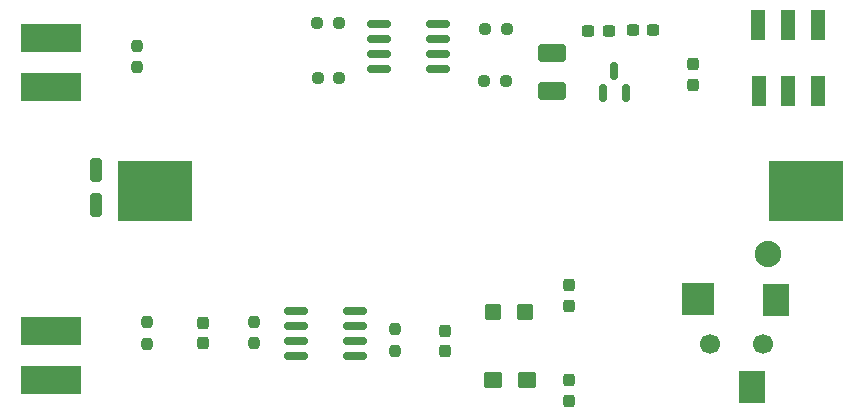
<source format=gbr>
%TF.GenerationSoftware,KiCad,Pcbnew,8.0.4*%
%TF.CreationDate,2024-08-25T02:49:15-07:00*%
%TF.ProjectId,SMDemfExplorerLEDvariationSingleCell,534d4465-6d66-4457-9870-6c6f7265724c,rev?*%
%TF.SameCoordinates,Original*%
%TF.FileFunction,Soldermask,Top*%
%TF.FilePolarity,Negative*%
%FSLAX46Y46*%
G04 Gerber Fmt 4.6, Leading zero omitted, Abs format (unit mm)*
G04 Created by KiCad (PCBNEW 8.0.4) date 2024-08-25 02:49:15*
%MOMM*%
%LPD*%
G01*
G04 APERTURE LIST*
G04 Aperture macros list*
%AMRoundRect*
0 Rectangle with rounded corners*
0 $1 Rounding radius*
0 $2 $3 $4 $5 $6 $7 $8 $9 X,Y pos of 4 corners*
0 Add a 4 corners polygon primitive as box body*
4,1,4,$2,$3,$4,$5,$6,$7,$8,$9,$2,$3,0*
0 Add four circle primitives for the rounded corners*
1,1,$1+$1,$2,$3*
1,1,$1+$1,$4,$5*
1,1,$1+$1,$6,$7*
1,1,$1+$1,$8,$9*
0 Add four rect primitives between the rounded corners*
20,1,$1+$1,$2,$3,$4,$5,0*
20,1,$1+$1,$4,$5,$6,$7,0*
20,1,$1+$1,$6,$7,$8,$9,0*
20,1,$1+$1,$8,$9,$2,$3,0*%
G04 Aperture macros list end*
%ADD10R,1.200000X2.500000*%
%ADD11RoundRect,0.250001X0.924999X-0.499999X0.924999X0.499999X-0.924999X0.499999X-0.924999X-0.499999X0*%
%ADD12R,2.800000X2.800000*%
%ADD13R,2.200000X2.800000*%
%ADD14C,1.700000*%
%ADD15R,5.100000X2.350000*%
%ADD16RoundRect,0.237500X-0.237500X0.287500X-0.237500X-0.287500X0.237500X-0.287500X0.237500X0.287500X0*%
%ADD17RoundRect,0.237500X-0.300000X-0.237500X0.300000X-0.237500X0.300000X0.237500X-0.300000X0.237500X0*%
%ADD18C,2.235200*%
%ADD19R,6.350000X5.080000*%
%ADD20RoundRect,0.150000X0.825000X0.150000X-0.825000X0.150000X-0.825000X-0.150000X0.825000X-0.150000X0*%
%ADD21RoundRect,0.250000X0.537500X0.425000X-0.537500X0.425000X-0.537500X-0.425000X0.537500X-0.425000X0*%
%ADD22RoundRect,0.250000X0.250000X-0.750000X0.250000X0.750000X-0.250000X0.750000X-0.250000X-0.750000X0*%
%ADD23RoundRect,0.150000X-0.825000X-0.150000X0.825000X-0.150000X0.825000X0.150000X-0.825000X0.150000X0*%
%ADD24RoundRect,0.237500X0.237500X-0.250000X0.237500X0.250000X-0.237500X0.250000X-0.237500X-0.250000X0*%
%ADD25RoundRect,0.237500X-0.237500X0.250000X-0.237500X-0.250000X0.237500X-0.250000X0.237500X0.250000X0*%
%ADD26RoundRect,0.237500X0.237500X-0.300000X0.237500X0.300000X-0.237500X0.300000X-0.237500X-0.300000X0*%
%ADD27RoundRect,0.237500X0.250000X0.237500X-0.250000X0.237500X-0.250000X-0.237500X0.250000X-0.237500X0*%
%ADD28RoundRect,0.237500X-0.250000X-0.237500X0.250000X-0.237500X0.250000X0.237500X-0.250000X0.237500X0*%
%ADD29RoundRect,0.150000X0.150000X-0.587500X0.150000X0.587500X-0.150000X0.587500X-0.150000X-0.587500X0*%
%ADD30RoundRect,0.237500X0.300000X0.237500X-0.300000X0.237500X-0.300000X-0.237500X0.300000X-0.237500X0*%
%ADD31RoundRect,0.237500X-0.237500X0.300000X-0.237500X-0.300000X0.237500X-0.300000X0.237500X0.300000X0*%
%ADD32RoundRect,0.250000X0.450000X0.425000X-0.450000X0.425000X-0.450000X-0.425000X0.450000X-0.425000X0*%
G04 APERTURE END LIST*
D10*
%TO.C,SW1*%
X210288184Y-62966276D03*
X207788185Y-62966273D03*
X205288183Y-62966275D03*
X210278187Y-57336278D03*
X207778187Y-57336276D03*
X205278188Y-57336273D03*
%TD*%
D11*
%TO.C,C10*%
X187803189Y-62936279D03*
X187803189Y-59686275D03*
%TD*%
D12*
%TO.C,J2*%
X200168192Y-80586275D03*
D13*
X206728190Y-80636276D03*
X204728192Y-88036269D03*
D14*
X201138192Y-84346273D03*
X205628187Y-84336275D03*
%TD*%
D15*
%TO.C,L1*%
X145353188Y-83236279D03*
X145353188Y-87386279D03*
%TD*%
%TO.C,L2*%
X145353186Y-62586273D03*
X145353186Y-58436273D03*
%TD*%
D16*
%TO.C,L4*%
X199703186Y-60673775D03*
X199703184Y-62423771D03*
%TD*%
D17*
%TO.C,C14*%
X190878182Y-57836277D03*
X192603186Y-57836275D03*
%TD*%
D18*
%TO.C,BT2*%
X206124889Y-76744873D03*
D19*
X209299881Y-71436275D03*
X154156493Y-71436279D03*
%TD*%
D20*
%TO.C,U2*%
X171097379Y-85345496D03*
X171097375Y-84075497D03*
X171097381Y-82805502D03*
X171097377Y-81535496D03*
X166147375Y-81535502D03*
X166147379Y-82805501D03*
X166147373Y-84075496D03*
X166147377Y-85345502D03*
%TD*%
D21*
%TO.C,C2*%
X185703184Y-87386278D03*
X182828184Y-87386278D03*
%TD*%
D22*
%TO.C,D2*%
X149228191Y-72611273D03*
X149228193Y-69611275D03*
%TD*%
D23*
%TO.C,U3*%
X173170384Y-57244548D03*
X173170388Y-58514547D03*
X173170382Y-59784542D03*
X173170386Y-61054548D03*
X178120388Y-61054542D03*
X178120384Y-59784543D03*
X178120390Y-58514548D03*
X178120386Y-57244542D03*
%TD*%
D24*
%TO.C,R10*%
X153528185Y-84336273D03*
X153528179Y-82511275D03*
%TD*%
D25*
%TO.C,R9*%
X162593433Y-82474275D03*
X162593439Y-84299261D03*
%TD*%
D26*
%TO.C,C8*%
X158278200Y-84311276D03*
X158278184Y-82586278D03*
%TD*%
D27*
%TO.C,R11*%
X183878188Y-62111277D03*
X182053186Y-62111279D03*
%TD*%
D25*
%TO.C,R7*%
X152678187Y-59098782D03*
X152678191Y-60923770D03*
%TD*%
D26*
%TO.C,C7*%
X178718435Y-84949270D03*
X178718433Y-83224268D03*
%TD*%
D25*
%TO.C,R8*%
X174527589Y-83112814D03*
X174527595Y-84937816D03*
%TD*%
D28*
%TO.C,R16*%
X167923291Y-57156164D03*
X169748291Y-57156160D03*
%TD*%
D27*
%TO.C,R5*%
X169778188Y-61811278D03*
X167953186Y-61811280D03*
%TD*%
D29*
%TO.C,U4*%
X192128187Y-63111267D03*
X194028188Y-63111276D03*
X193078189Y-61236277D03*
%TD*%
D26*
%TO.C,C15*%
X189203198Y-89161278D03*
X189203182Y-87436280D03*
%TD*%
D30*
%TO.C,C11*%
X196378192Y-57736270D03*
X194653184Y-57736274D03*
%TD*%
D31*
%TO.C,C5*%
X189278183Y-79386274D03*
X189278191Y-81111276D03*
%TD*%
D27*
%TO.C,R12*%
X183953175Y-57686268D03*
X182128197Y-57686270D03*
%TD*%
D32*
%TO.C,C1*%
X185540685Y-81686280D03*
X182840689Y-81686278D03*
%TD*%
M02*

</source>
